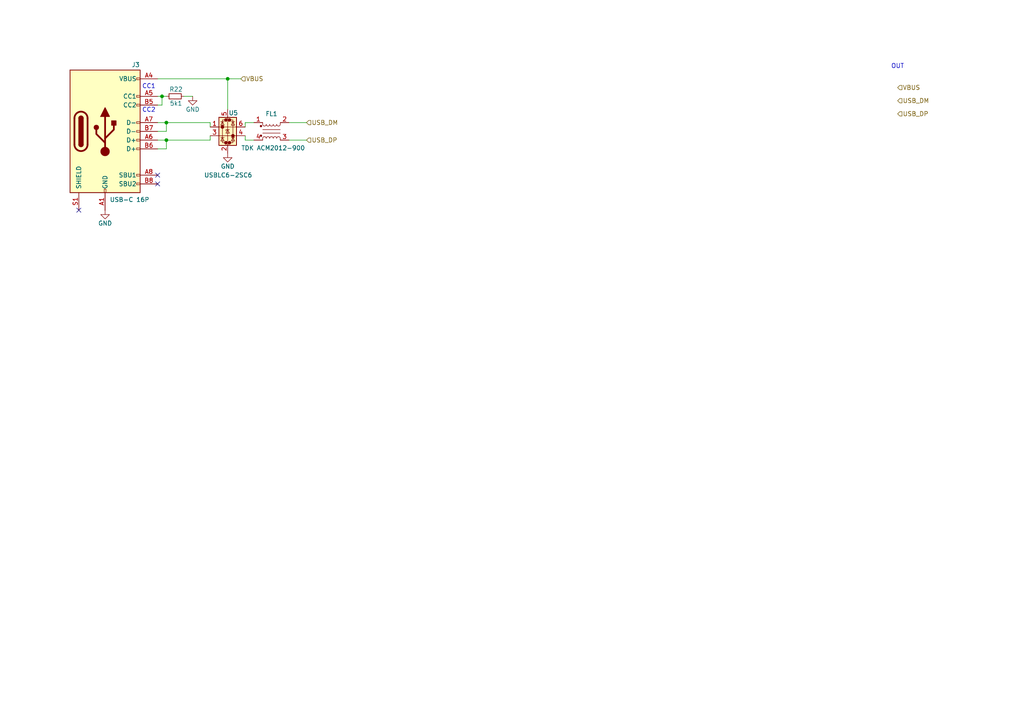
<source format=kicad_sch>
(kicad_sch (version 20231120) (generator "eeschema") (generator_version "8.0")
  (paper "A4")
  (lib_symbols
    (symbol "Connector:USB_C_Receptacle_USB2.0_16P" (pin_names (offset 1.016))
      (property "Reference" "J" (at 0 22.225 0))
      (property "Value" "USB_C_Receptacle_USB2.0_16P" (at 0 19.685 0))
      (symbol "USB_C_Receptacle_USB2.0_16P_0_0"
        (rectangle (start -0.254 -17.78) (end 0.254 -16.764))
        (rectangle (start 10.16 -14.986) (end 9.144 -15.494))
        (rectangle (start 10.16 -12.446) (end 9.144 -12.954))
        (rectangle (start 10.16 -4.826) (end 9.144 -5.334))
        (rectangle (start 10.16 -2.286) (end 9.144 -2.794))
        (rectangle (start 10.16 0.254) (end 9.144 -0.254))
        (rectangle (start 10.16 2.794) (end 9.144 2.286))
        (rectangle (start 10.16 7.874) (end 9.144 7.366))
        (rectangle (start 10.16 10.414) (end 9.144 9.906))
        (rectangle (start 10.16 15.494) (end 9.144 14.986))
      )
      (symbol "USB_C_Receptacle_USB2.0_16P_0_1"
        (rectangle (start -10.16 17.78) (end 10.16 -17.78) (stroke (width 0.254)) (fill (type background)))
        (arc (start -8.89 -3.81) (mid -6.985 -5.7067) (end -5.08 -3.81) (stroke (width 0.508)))
        (arc (start -7.62 -3.81) (mid -6.985 -4.4423) (end -6.35 -3.81) (stroke (width 0.254)))
        (arc (start -7.62 -3.81) (mid -6.985 -4.4423) (end -6.35 -3.81) (stroke (width 0.254)) (fill (type outline)))
        (rectangle (start -7.62 -3.81) (end -6.35 3.81) (stroke (width 0.254)) (fill (type outline)))
        (arc (start -6.35 3.81) (mid -6.985 4.4423) (end -7.62 3.81) (stroke (width 0.254)))
        (arc (start -6.35 3.81) (mid -6.985 4.4423) (end -7.62 3.81) (stroke (width 0.254)) (fill (type outline)))
        (arc (start -5.08 3.81) (mid -6.985 5.7067) (end -8.89 3.81) (stroke (width 0.508)))
        (circle (center -2.54 1.143) (radius 0.635) (stroke (width 0.254)) (fill (type outline)))
        (circle (center 0 -5.842) (radius 1.27) (fill (type outline)))
        (polyline (pts (xy -8.89 -3.81) (xy -8.89 3.81)) (stroke (width 0.508)))
        (polyline (pts (xy -5.08 3.81) (xy -5.08 -3.81)) (stroke (width 0.508)))
        (polyline (pts (xy 0 -5.842) (xy 0 4.318)) (stroke (width 0.508)))
        (polyline (pts (xy 0 -3.302) (xy -2.54 -0.762) (xy -2.54 0.508)) (stroke (width 0.508)))
        (polyline (pts (xy 0 -2.032) (xy 2.54 0.508) (xy 2.54 1.778)) (stroke (width 0.508)))
        (polyline (pts (xy -1.27 4.318) (xy 0 6.858) (xy 1.27 4.318) (xy -1.27 4.318)) (stroke (width 0.254)) (fill (type outline)))
        (rectangle (start 1.905 1.778) (end 3.175 3.048) (stroke (width 0.254)) (fill (type outline)))
      )
      (symbol "USB_C_Receptacle_USB2.0_16P_1_1"
        (pin passive line (at 0 -22.86 90) (length 5.08) (name "GND") (number "A1"))
        (pin passive line (at 0 -22.86 90) (length 5.08) hide (name "GND") (number "A12"))
        (pin passive line (at 15.24 15.24 180) (length 5.08) (name "VBUS") (number "A4"))
        (pin bidirectional line (at 15.24 10.16 180) (length 5.08) (name "CC1") (number "A5"))
        (pin bidirectional line (at 15.24 -2.54 180) (length 5.08) (name "D+") (number "A6"))
        (pin bidirectional line (at 15.24 2.54 180) (length 5.08) (name "D-") (number "A7"))
        (pin bidirectional line (at 15.24 -12.7 180) (length 5.08) (name "SBU1") (number "A8"))
        (pin passive line (at 15.24 15.24 180) (length 5.08) hide (name "VBUS") (number "A9"))
        (pin passive line (at 0 -22.86 90) (length 5.08) hide (name "GND") (number "B1"))
        (pin passive line (at 0 -22.86 90) (length 5.08) hide (name "GND") (number "B12"))
        (pin passive line (at 15.24 15.24 180) (length 5.08) hide (name "VBUS") (number "B4"))
        (pin bidirectional line (at 15.24 7.62 180) (length 5.08) (name "CC2") (number "B5"))
        (pin bidirectional line (at 15.24 -5.08 180) (length 5.08) (name "D+") (number "B6"))
        (pin bidirectional line (at 15.24 0 180) (length 5.08) (name "D-") (number "B7"))
        (pin bidirectional line (at 15.24 -15.24 180) (length 5.08) (name "SBU2") (number "B8"))
        (pin passive line (at 15.24 15.24 180) (length 5.08) hide (name "VBUS") (number "B9"))
        (pin passive line (at -7.62 -22.86 90) (length 5.08) (name "SHIELD") (number "S1"))
      )
    )
    (symbol "Device:R_Small" (pin_numbers hide) (pin_names (offset 0.254) hide)
      (property "Reference" "R" (at 0.762 0.508 0))
      (property "Value" "R_Small" (at 0.762 -1.016 0))
      (symbol "R_Small_0_1"
        (rectangle (start -0.762 1.778) (end 0.762 -1.778) (stroke (width 0.2032)))
      )
      (symbol "R_Small_1_1"
        (pin passive line (at 0 2.54 270) (length 0.762) (name "~") (number "1"))
        (pin passive line (at 0 -2.54 90) (length 0.762) (name "~") (number "2"))
      )
    )
    (symbol "Filter:Choke_Coilcraft_0603USB-222" (pin_names (offset 0.254) hide)
      (property "Reference" "FL" (at 0 4.445 0))
      (property "Value" "Choke_Coilcraft_0603USB-222" (at 0 -4.445 0))
      (symbol "Choke_Coilcraft_0603USB-222_0_1"
        (circle (center -3.048 -1.27) (radius 0.254) (fill (type outline)))
        (circle (center -3.048 1.524) (radius 0.254) (fill (type outline)))
        (arc (start -2.54 2.032) (mid -2.032 1.5262) (end -1.524 2.032))
        (arc (start -1.524 -2.032) (mid -2.032 -1.5262) (end -2.54 -2.032))
        (arc (start -1.524 2.032) (mid -1.016 1.5262) (end -0.508 2.032))
        (arc (start -0.508 -2.032) (mid -1.016 -1.5262) (end -1.524 -2.032))
        (arc (start -0.508 2.032) (mid 0 1.5262) (end 0.508 2.032))
        (polyline (pts (xy -2.54 -2.032) (xy -2.54 -2.54)))
        (polyline (pts (xy -2.54 0.508) (xy 2.54 0.508)))
        (polyline (pts (xy -2.54 2.032) (xy -2.54 2.54)))
        (polyline (pts (xy 2.54 -2.032) (xy 2.54 -2.54)))
        (polyline (pts (xy 2.54 -0.508) (xy -2.54 -0.508)))
        (polyline (pts (xy 2.54 2.54) (xy 2.54 2.032)))
        (arc (start 0.508 -2.032) (mid 0 -1.5262) (end -0.508 -2.032))
        (arc (start 0.508 2.032) (mid 1.016 1.5262) (end 1.524 2.032))
        (arc (start 1.524 -2.032) (mid 1.016 -1.5262) (end 0.508 -2.032))
        (arc (start 1.524 2.032) (mid 2.032 1.5262) (end 2.54 2.032))
        (arc (start 2.54 -2.032) (mid 2.032 -1.5262) (end 1.524 -2.032))
      )
      (symbol "Choke_Coilcraft_0603USB-222_1_1"
        (pin passive line (at -5.08 2.54 0) (length 2.54) (name "1") (number "1"))
        (pin passive line (at 5.08 2.54 180) (length 2.54) (name "2") (number "2"))
        (pin passive line (at 5.08 -2.54 180) (length 2.54) (name "3") (number "3"))
        (pin passive line (at -5.08 -2.54 0) (length 2.54) (name "4") (number "4"))
      )
    )
    (symbol "Power_Protection:USBLC6-2SC6" (pin_names hide)
      (property "Reference" "U" (at 0.635 5.715 0))
      (property "Value" "USBLC6-2SC6" (at 0.635 3.81 0))
      (symbol "USBLC6-2SC6_0_0"
        (circle (center -1.524 0) (radius 0.0001) (stroke (width 0.508)))
        (circle (center -0.508 -4.572) (radius 0.0001) (stroke (width 0.508)))
        (circle (center -0.508 2.032) (radius 0.0001) (stroke (width 0.508)))
        (circle (center 0.508 -4.572) (radius 0.0001) (stroke (width 0.508)))
        (circle (center 0.508 2.032) (radius 0.0001) (stroke (width 0.508)))
        (circle (center 1.524 -2.54) (radius 0.0001) (stroke (width 0.508)))
      )
      (symbol "USBLC6-2SC6_0_1"
        (polyline (pts (xy -2.54 -2.54) (xy 2.54 -2.54)))
        (polyline (pts (xy -2.54 0) (xy 2.54 0)))
        (polyline (pts (xy -2.032 -3.048) (xy -1.016 -3.048)))
        (polyline (pts (xy -1.016 1.524) (xy -2.032 1.524)))
        (polyline (pts (xy 1.016 -3.048) (xy 2.032 -3.048)))
        (polyline (pts (xy 1.016 1.524) (xy 2.032 1.524)))
        (polyline (pts (xy -0.508 -1.143) (xy -0.508 -0.762) (xy 0.508 -0.762)))
        (polyline (pts (xy -2.032 0.508) (xy -1.016 0.508) (xy -1.524 1.524) (xy -2.032 0.508)))
        (polyline (pts (xy -1.016 -4.064) (xy -2.032 -4.064) (xy -1.524 -3.048) (xy -1.016 -4.064)))
        (polyline (pts (xy 0.508 -1.778) (xy -0.508 -1.778) (xy 0 -0.762) (xy 0.508 -1.778)))
        (polyline (pts (xy 2.032 -4.064) (xy 1.016 -4.064) (xy 1.524 -3.048) (xy 2.032 -4.064)))
        (polyline (pts (xy 2.032 0.508) (xy 1.016 0.508) (xy 1.524 1.524) (xy 2.032 0.508)))
        (polyline (pts (xy 0 2.54) (xy -0.508 2.032) (xy 0.508 2.032) (xy 0 1.524) (xy 0 -4.064) (xy -0.508 -4.572) (xy 0.508 -4.572) (xy 0 -5.08)))
      )
      (symbol "USBLC6-2SC6_1_1"
        (rectangle (start -2.54 2.794) (end 2.54 -5.334) (stroke (width 0.254)) (fill (type background)))
        (polyline (pts (xy -0.508 2.032) (xy -1.524 2.032) (xy -1.524 -4.572) (xy -0.508 -4.572)))
        (polyline (pts (xy 0.508 -4.572) (xy 1.524 -4.572) (xy 1.524 2.032) (xy 0.508 2.032)))
        (pin passive line (at -5.08 0 0) (length 2.54) (name "I/O1") (number "1"))
        (pin passive line (at 0 -7.62 90) (length 2.54) (name "GND") (number "2"))
        (pin passive line (at -5.08 -2.54 0) (length 2.54) (name "I/O2") (number "3"))
        (pin passive line (at 5.08 -2.54 180) (length 2.54) (name "I/O2") (number "4"))
        (pin passive line (at 0 5.08 270) (length 2.54) (name "VBUS") (number "5"))
        (pin passive line (at 5.08 0 180) (length 2.54) (name "I/O1") (number "6"))
      )
    )
    (symbol "power:GND" (power) (pin_numbers hide) (pin_names (offset 0) hide)
      (property "Value" "GND" (at 0 -3.81 0))
      (symbol "GND_0_1"
        (polyline (pts (xy 0 0) (xy 0 -1.27) (xy 1.27 -1.27) (xy 0 -2.54) (xy -1.27 -1.27) (xy 0 -1.27)))
      )
      (symbol "GND_1_1"
        (pin power_in line (at 0 0 270) (length 0) (name "~") (number "1"))
      )
    )
  )
  (junction (at 48.26 35.56))
  (junction (at 66.04 22.86))
  (junction (at 46.99 27.94))
  (junction (at 48.26 40.64))
  (no_connect (at 45.72 50.8))
  (no_connect (at 22.86 60.96))
  (no_connect (at 45.72 53.34))
  (wire (pts (xy 66.04 22.86) (xy 69.85 22.86)))
  (wire (pts (xy 48.26 40.64) (xy 45.72 40.64)))
  (wire (pts (xy 48.26 38.1) (xy 48.26 35.56)))
  (wire (pts (xy 60.96 40.64) (xy 48.26 40.64)))
  (wire (pts (xy 45.72 35.56) (xy 48.26 35.56)))
  (wire (pts (xy 66.04 22.86) (xy 45.72 22.86)))
  (wire (pts (xy 66.04 22.86) (xy 66.04 31.75)))
  (wire (pts (xy 71.12 36.83) (xy 71.12 35.56)))
  (wire (pts (xy 71.12 39.37) (xy 71.12 40.64)))
  (wire (pts (xy 45.72 38.1) (xy 48.26 38.1)))
  (wire (pts (xy 48.26 35.56) (xy 60.96 35.56)))
  (wire (pts (xy 45.72 43.18) (xy 48.26 43.18)))
  (wire (pts (xy 46.99 27.94) (xy 46.99 30.48)))
  (wire (pts (xy 60.96 35.56) (xy 60.96 36.83)))
  (wire (pts (xy 71.12 40.64) (xy 73.66 40.64)))
  (wire (pts (xy 53.34 27.94) (xy 55.88 27.94)))
  (wire (pts (xy 45.72 30.48) (xy 46.99 30.48)))
  (wire (pts (xy 71.12 35.56) (xy 73.66 35.56)))
  (wire (pts (xy 48.26 43.18) (xy 48.26 40.64)))
  (wire (pts (xy 46.99 27.94) (xy 48.26 27.94)))
  (wire (pts (xy 83.82 35.56) (xy 88.9 35.56)))
  (wire (pts (xy 45.72 27.94) (xy 46.99 27.94)))
  (wire (pts (xy 60.96 39.37) (xy 60.96 40.64)))
  (wire (pts (xy 83.82 40.64) (xy 88.9 40.64)))
  (text "OUT\n" (at 260.35 19.304 0) (effects (font (size 1.27 1.27))))
  (text "CC2\n" (at 43.18 32.004 0) (effects (font (size 1.27 1.27))))
  (text "CC1" (at 43.18 25.146 0) (effects (font (size 1.27 1.27))))
  (hierarchical_label "VBUS" (shape input) (at 260.35 25.4 0))
  (hierarchical_label "USB_DP" (shape input) (at 88.9 40.64 0))
  (hierarchical_label "USB_DM" (shape input) (at 260.35 29.21 0))
  (hierarchical_label "VBUS" (shape input) (at 69.85 22.86 0))
  (hierarchical_label "USB_DP" (shape input) (at 260.35 33.02 0))
  (hierarchical_label "USB_DM" (shape input) (at 88.9 35.56 0))
  (symbol (lib_id "power:GND") (at 30.48 60.96 0) (unit 1)
    (property "Reference" "#PWR046" (effects (hide yes)))
    (property "Value" "GND" (at 30.48 64.77 0))
    (property "Description" "Power symbol creates a global label with name \"GND\" , ground" (effects (hide yes)))
  )
  (symbol (lib_id "Power_Protection:USBLC6-2SC6") (at 66.04 36.83 0) (unit 1)
    (property "Reference" "U5" (at 66.294 32.766 0) (effects (justify left)))
    (property "Value" "USBLC6-2SC6" (at 59.182 50.8 0) (effects (justify left)))
    (property "Footprint" "Package_TO_SOT_SMD:SOT-23-6" (effects (hide yes)))
    (property "Datasheet" "https://www.st.com/resource/en/datasheet/usblc6-2.pdf" (effects (hide yes)))
    (property "Description" "Very low capacitance ESD protection diode, 2 data-line, SOT-23-6" (effects (hide yes)))
  )
  (symbol (lib_id "power:GND") (at 55.88 27.94 0) (unit 1)
    (property "Reference" "#PWR044" (effects (hide yes)))
    (property "Value" "GND" (at 55.88 31.75 0))
    (property "Description" "Power symbol creates a global label with name \"GND\" , ground" (effects (hide yes)))
  )
  (symbol (lib_id "Filter:Choke_Coilcraft_0603USB-222") (at 78.74 38.1 0) (unit 1)
    (property "Reference" "FL1" (at 78.74 33.02 0))
    (property "Value" " TDK ACM2012-900" (at 78.74 42.926 0))
    (property "Footprint" "ACM2012_900_2P_T002:ACM2012_TDK" (effects (hide yes)))
    (property "Datasheet" "https://www.lcsc.com/datasheet/lcsc_datasheet_2304140030_TDK-ACM2012-900-2P-T002_C19972.pdf" (effects (hide yes)))
    (property "Description" " TDK ACM2012-900-2P-T002 " (effects (hide yes)))
  )
  (symbol (lib_id "power:GND") (at 66.04 44.45 0) (unit 1)
    (property "Reference" "#PWR045" (effects (hide yes)))
    (property "Value" "GND" (at 66.04 48.26 0))
    (property "Description" "Power symbol creates a global label with name \"GND\" , ground" (effects (hide yes)))
  )
  (symbol (lib_id "Device:R_Small") (at 50.8 27.94 270) (unit 1)
    (property "Reference" "R22" (at 51.054 25.908 90))
    (property "Value" "5k1" (at 51.054 29.972 90))
    (property "Description" "Resistor, small symbol" (effects (hide yes)))
  )
  (symbol (lib_id "Connector:USB_C_Receptacle_USB2.0_16P") (at 30.48 38.1 0) (unit 1)
    (property "Reference" "J3" (at 39.37 18.796 0))
    (property "Value" "USB-C 16P" (at 37.592 57.912 0))
    (property "Footprint" "Connector_USB:USB_C_Receptacle_HCTL_HC-TYPE-C-16P-01A" (effects (hide yes)))
    (property "Datasheet" "https://www.lcsc.com/datasheet/lcsc_datasheet_2111231930_SHOU-HAN-TYPE-C-16PIN-2MD-073_C2765186.pdf" (effects (hide yes)))
    (property "Description" "SHOU HAN TYPE-C 16PIN 2MD(073) " (effects (hide yes)))
  )
)
</source>
